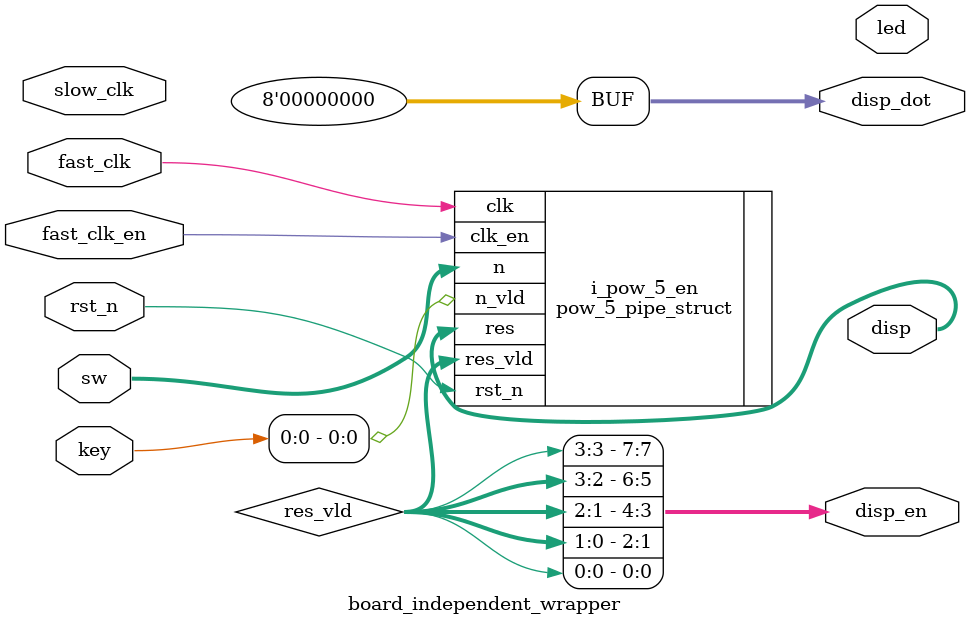
<source format=v>
module board_independent_wrapper
(
    input         fast_clk,
    input         slow_clk,
    input         rst_n,
    input         fast_clk_en,
    input  [ 3:0] key,
    input  [ 7:0] sw,
    output [ 7:0] led,
    output [ 7:0] disp_en,
    output [31:0] disp,
    output [ 7:0] disp_dot
);

    wire [3:0] res_vld;

    pow_5_pipe_struct
    # (.w (8))
    i_pow_5_en
    (
        .clk     ( fast_clk    ),
        .rst_n   ( rst_n       ),
        .clk_en  ( fast_clk_en ),
        .n_vld   ( key [0]     ),
        .n       ( sw          ),
        .res_vld ( res_vld     ),
        .res     ( disp [31:0] )
    );

    assign disp_en  =
    {
        res_vld [3], res_vld [3],
        res_vld [2], res_vld [2],
        res_vld [1], res_vld [1],
        res_vld [0], res_vld [0]
    };

    assign disp_dot = 8'b0;

endmodule

</source>
